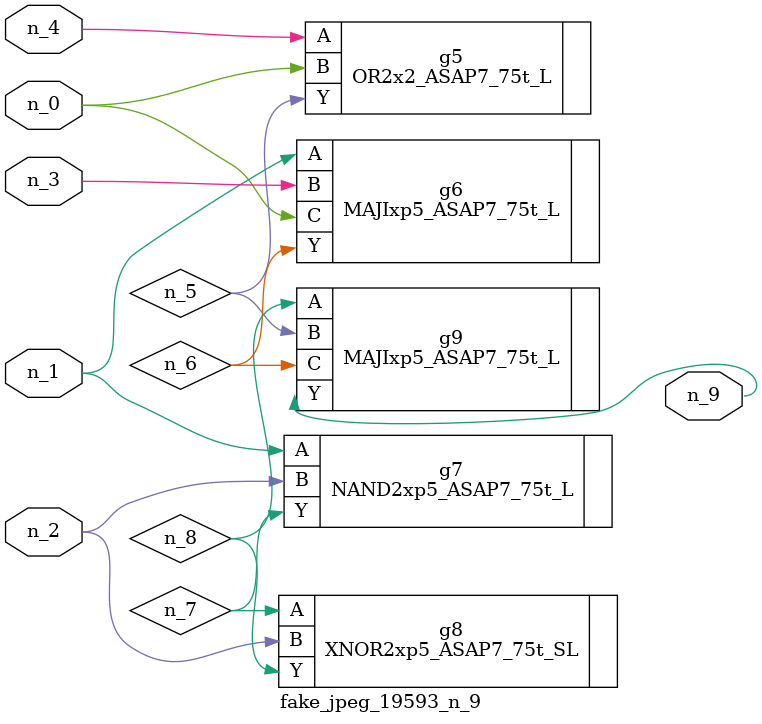
<source format=v>
module fake_jpeg_19593_n_9 (n_3, n_2, n_1, n_0, n_4, n_9);

input n_3;
input n_2;
input n_1;
input n_0;
input n_4;

output n_9;

wire n_8;
wire n_6;
wire n_5;
wire n_7;

OR2x2_ASAP7_75t_L g5 ( 
.A(n_4),
.B(n_0),
.Y(n_5)
);

MAJIxp5_ASAP7_75t_L g6 ( 
.A(n_1),
.B(n_3),
.C(n_0),
.Y(n_6)
);

NAND2xp5_ASAP7_75t_L g7 ( 
.A(n_1),
.B(n_2),
.Y(n_7)
);

XNOR2xp5_ASAP7_75t_SL g8 ( 
.A(n_7),
.B(n_2),
.Y(n_8)
);

MAJIxp5_ASAP7_75t_L g9 ( 
.A(n_8),
.B(n_5),
.C(n_6),
.Y(n_9)
);


endmodule
</source>
